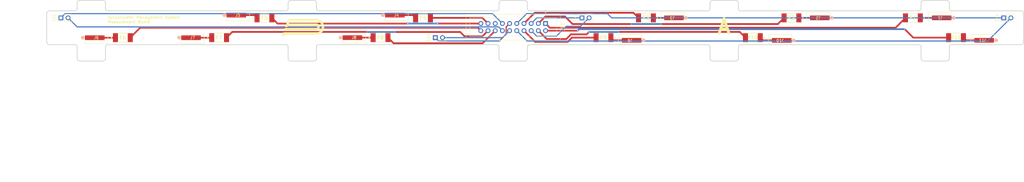
<source format=kicad_pcb>
(kicad_pcb (version 20221018) (generator pcbnew)
  (title_block (title "Accumulator Management System Measurement Board") (date "2023-11-02") (rev "${REVISION}") (company "Author: Bartłomiej Dymaczewski") (comment 1 "Reviewer:"))
  (layers (0 "F.Cu" signal) (31 "B.Cu" signal) (34 "B.Paste" user) (35 "F.Paste" user) (36 "B.SilkS" user "B.Silkscreen") (37 "F.SilkS" user "F.Silkscreen") (38 "B.Mask" user) (39 "F.Mask" user) (44 "Edge.Cuts" user))
  (property "REVISION" "1.0")
  (net 0 "")
  (net 1 "/C1-")
  (net 2 "/C1+")
  (net 3 "/C2+")
  (net 4 "/C3+")
  (net 5 "/C4+")
  (net 6 "/C5+")
  (net 7 "/C6+")
  (net 8 "/C7+")
  (net 9 "/C8+")
  (net 10 "/C9+")
  (net 11 "/C10+")
  (net 12 "/TH1+")
  (net 13 "/TH1-")
  (net 14 "/TH2+")
  (net 15 "/TH2-")
  (net 16 "/TH3+")
  (net 17 "/TH3-")
  (net 18 "/TH4+")
  (net 19 "/TH4-")
  (net 21 "Net-(F1-Pad1)")
  (net 22 "Net-(F2-Pad1)")
  (net 23 "Net-(F3-Pad1)")
  (net 24 "Net-(F4-Pad1)")
  (net 25 "Net-(F5-Pad1)")
  (net 26 "Net-(F6-Pad1)")
  (net 27 "Net-(F7-Pad1)")
  (net 28 "Net-(F8-Pad1)")
  (net 29 "Net-(F9-Pad1)")
  (net 30 "Net-(F10-Pad1)")
  (net 31 "Net-(F11-Pad1)")
  (footprint "Wago_Connector:CONN_2065-100&slash_998-403_1_WAG" (layer "F.Cu") (at 376 157.9728 180)
    (fp_text reference "J11" (at 0 -0.4728 180 unlocked) (layer "F.SilkS"))
    (fp_text value "CELL_PAD")
    (pad "1" smd rect (at -0.54991 -0.4728 180) (size 6.9088 1.651) (layers "F.Cu" "F.Paste" "F.Mask") (net 31 "Net-(F11-Pad1)"))
  )
  (footprint "Connector_PinHeader_2.54mm:PinHeader_1x02_P2.54mm_Vertical" (layer "F.Cu") (at 50.5 150.5 90)
    (fp_text reference "TH2" (at 0 -2.33 90) (layer "F.SilkS"))
    (fp_text value "TT7-10KC8-3")
    (pad "1" thru_hole rect (at 0 0 90) (size 1.7 1.7) (drill 1) (layers "*.Cu" "*.Mask") (net 14 "/TH2+"))
    (pad "2" thru_hole oval (at 0 2.54 90) (size 1.7 1.7) (drill 1) (layers "*.Cu" "*.Mask") (net 15 "/TH2-"))
  )
  (footprint "Connector_PinHeader_2.54mm:PinHeader_1x02_P2.54mm_Vertical" (layer "F.Cu") (at 383.46 150.5 90)
    (fp_text reference "TH4" (at 0 -2.33 90) (layer "F.SilkS"))
    (fp_text value "TT7-10KC8-3")
    (pad "1" thru_hole rect (at 0 0 90) (size 1.7 1.7) (drill 1) (layers "*.Cu" "*.Mask") (net 18 "/TH4+"))
    (pad "2" thru_hole oval (at 0 2.54 90) (size 1.7 1.7) (drill 1) (layers "*.Cu" "*.Mask") (net 19 "/TH4-"))
  )
  (footprint "Fuse:1812L010DR" (layer "F.Cu") (at 72.385 157.5)
    (fp_text reference "F6" (at 0 0) (layer "F.SilkS") (effects (font (size 1.27 1.27) (thickness 0.254))))
    (fp_text value "1812L010DR" hide)
    (pad "1" smd rect (at -2.615 0) (size 1.78 3.15) (layers "F.Cu" "F.Paste" "F.Mask") (net 26 "Net-(F6-Pad1)"))
    (pad "2" smd rect (at 2.615 0) (size 1.78 3.15) (layers "F.Cu" "F.Paste" "F.Mask") (net 6 "/C5+"))
  )
  (footprint "Fuse:1812L010DR" (layer "F.Cu") (at 366.615 157.5 180)
    (fp_text reference "F11" (at 0 0 180) (layer "F.SilkS") (effects (font (size 1.27 1.27) (thickness 0.254))))
    (fp_text value "1812L010DR" hide)
    (pad "1" smd rect (at -2.615 0 180) (size 1.78 3.15) (layers "F.Cu" "F.Paste" "F.Mask") (net 31 "Net-(F11-Pad1)"))
    (pad "2" smd rect (at 2.615 0 180) (size 1.78 3.15) (layers "F.Cu" "F.Paste" "F.Mask") (net 11 "/C10+"))
  )
  (footprint "Wago_Connector:CONN_2065-100&slash_998-403_1_WAG" (layer "F.Cu") (at 304.5 158 180)
    (fp_text reference "J10" (at 0 -0.4728 180 unlocked) (layer "F.SilkS"))
    (fp_text value "CELL_PAD")
    (pad "1" smd rect (at -0.54991 -0.4728 180) (size 6.9088 1.651) (layers "F.Cu" "F.Paste" "F.Mask") (net 30 "Net-(F10-Pad1)"))
  )
  (footprint "Fuse:1812L010DR" (layer "F.Cu") (at 242.115 157.5 180)
    (fp_text reference "F9" (at 0 0 180) (layer "F.SilkS") (effects (font (size 1.27 1.27) (thickness 0.254))))
    (fp_text value "1812L010DR" hide)
    (pad "1" smd rect (at -2.615 0 180) (size 1.78 3.15) (layers "F.Cu" "F.Paste" "F.Mask") (net 29 "Net-(F9-Pad1)"))
    (pad "2" smd rect (at 2.615 0 180) (size 1.78 3.15) (layers "F.Cu" "F.Paste" "F.Mask") (net 9 "/C8+"))
  )
  (footprint "Wago_Connector:CONN_2065-100&slash_998-403_1_WAG" (layer "F.Cu") (at 169 150)
    (fp_text reference "J4" (at 0 -0.4728 unlocked) (layer "F.SilkS"))
    (fp_text value "CELL_PAD")
    (pad "1" smd rect (at -0.54991 -0.4728) (size 6.9088 1.651) (layers "F.Cu" "F.Paste" "F.Mask") (net 24 "Net-(F4-Pad1)"))
  )
  (footprint "Wago_Connector:CONN_2065-100&slash_998-403_1_WAG" (layer "F.Cu") (at 63 158)
    (fp_text reference "J6" (at 0 -0.4728 unlocked) (layer "F.SilkS"))
    (fp_text value "CELL_PAD")
    (pad "1" smd rect (at -0.54991 -0.4728) (size 6.9088 1.651) (layers "F.Cu" "F.Paste" "F.Mask") (net 26 "Net-(F6-Pad1)"))
  )
  (footprint "Fuse:1812L010DR" (layer "F.Cu") (at 257.115 150.5 180)
    (fp_text reference "F3" (at 0 0 180) (layer "F.SilkS") (effects (font (size 1.27 1.27) (thickness 0.254))))
    (fp_text value "1812L010DR" hide)
    (pad "1" smd rect (at -2.615 0 180) (size 1.78 3.15) (layers "F.Cu" "F.Paste" "F.Mask") (net 23 "Net-(F3-Pad1)"))
    (pad "2" smd rect (at 2.615 0 180) (size 1.78 3.15) (layers "F.Cu" "F.Paste" "F.Mask") (net 3 "/C2+"))
  )
  (footprint "Fuse:1812L010DR" (layer "F.Cu") (at 308.5 150.5 180)
    (fp_text reference "F2" (at 0 0 180) (layer "F.SilkS") (effects (font (size 1.27 1.27) (thickness 0.254))))
    (fp_text value "1812L010DR" hide)
    (pad "1" smd rect (at -2.615 0 180) (size 1.78 3.15) (layers "F.Cu" "F.Paste" "F.Mask") (net 22 "Net-(F2-Pad1)"))
    (pad "2" smd rect (at 2.615 0 180) (size 1.78 3.15) (layers "F.Cu" "F.Paste" "F.Mask") (net 2 "/C1+"))
  )
  (footprint "Wago_Connector:CONN_2065-100&slash_998-403_1_WAG" (layer "F.Cu") (at 113 150)
    (fp_text reference "J5" (at 0 -0.4728 unlocked) (layer "F.SilkS"))
    (fp_text value "CELL_PAD")
    (pad "1" smd rect (at -0.54991 -0.4728) (size 6.9088 1.651) (layers "F.Cu" "F.Paste" "F.Mask") (net 25 "Net-(F5-Pad1)"))
  )
  (footprint "Fuse:1812L010DR" (layer "F.Cu") (at 351.385 150.5 180)
    (fp_text reference "F1" (at 0 0 180) (layer "F.SilkS") (effects (font (size 1.27 1.27) (thickness 0.254))))
    (fp_text value "1812L010DR" hide)
    (pad "1" smd rect (at -2.615 0 180) (size 1.78 3.15) (layers "F.Cu" "F.Paste" "F.Mask") (net 21 "Net-(F1-Pad1)"))
    (pad "2" smd rect (at 2.615 0 180) (size 1.78 3.15) (layers "F.Cu" "F.Paste" "F.Mask") (net 1 "/C1-"))
  )
  (footprint "Wago_Connector:CONN_2065-100&slash_998-403_1_WAG" (layer "F.Cu") (at 361 150.0272 180)
    (fp_text reference "J1" (at 0 -0.4728 180 unlocked) (layer "F.SilkS"))
    (fp_text value "CELL_PAD")
    (pad "1" smd rect (at -0.54991 -0.4728 180) (size 6.9088 1.651) (layers "F.Cu" "F.Paste" "F.Mask") (net 21 "Net-(F1-Pad1)"))
  )
  (footprint "Fuse:1812L010DR" (layer "F.Cu") (at 163.385 157.5)
    (fp_text reference "F8" (at 0 0) (layer "F.SilkS") (effects (font (size 1.27 1.27) (thickness 0.254))))
    (fp_text value "1812L010DR" hide)
    (pad "1" smd rect (at -2.615 0) (size 1.78 3.15) (layers "F.Cu" "F.Paste" "F.Mask") (net 28 "Net-(F8-Pad1)"))
    (pad "2" smd rect (at 2.615 0) (size 1.78 3.15) (layers "F.Cu" "F.Paste" "F.Mask") (net 8 "/C7+"))
  )
  (footprint "Wago_Connector:CONN_2065-100&slash_998-403_1_WAG" (layer "F.Cu") (at 154 157.9728)
    (fp_text reference "J8" (at 0 -0.4728 unlocked) (layer "F.SilkS"))
    (fp_text value "CELL_PAD")
    (pad "1" smd rect (at -0.54991 -0.4728) (size 6.9088 1.651) (layers "F.Cu" "F.Paste" "F.Mask") (net 28 "Net-(F8-Pad1)"))
  )
  (footprint "Fuse:1812L010DR" (layer "F.Cu") (at 106.385 157.5)
    (fp_text reference "F7" (at 0 0) (layer "F.SilkS") (effects (font (size 1.27 1.27) (thickness 0.254))))
    (fp_text value "1812L010DR" hide)
    (pad "1" smd rect (at -2.615 0) (size 1.78 3.15) (layers "F.Cu" "F.Paste" "F.Mask") (net 27 "Net-(F7-Pad1)"))
    (pad "2" smd rect (at 2.615 0) (size 1.78 3.15) (layers "F.Cu" "F.Paste" "F.Mask") (net 7 "/C6+"))
  )
  (footprint "Symbol:putm_15mm" (layer "F.Cu") (at 136 154)
    (fp_text reference "G***" hide)
    (fp_text value "LOGO" hide)
  )
  (footprint "Wago_Connector:CONN_2065-100&slash_998-403_1_WAG" (layer "F.Cu") (at 317.95009 150.0272 180)
    (fp_text reference "J2" (at 0 -0.4728 180 unlocked) (layer "F.SilkS"))
    (fp_text value "CELL_PAD")
    (pad "1" smd rect (at -0.54991 -0.4728 180) (size 6.9088 1.651) (layers "F.Cu" "F.Paste" "F.Mask") (net 22 "Net-(F2-Pad1)"))
  )
  (footprint "Fuse:1812L010DR" (layer "F.Cu") (at 294.865 157.5 180)
    (fp_text reference "F10" (at 0 0 180) (layer "F.SilkS") (effects (font (size 1.27 1.27) (thickness 0.254))))
    (fp_text value "1812L010DR" hide)
    (pad "1" smd rect (at -2.615 0 180) (size 1.78 3.15) (layers "F.Cu" "F.Paste" "F.Mask") (net 30 "Net-(F10-Pad1)"))
    (pad "2" smd rect (at 2.615 0 180) (size 1.78 3.15) (layers "F.Cu" "F.Paste" "F.Mask") (net 10 "/C9+"))
  )
  (footprint "Fuse:1812L010DR" (layer "F.Cu") (at 178.385 150.5)
    (fp_text reference "F4" (at 0 0) (layer "F.SilkS") (effects (font (size 1.27 1.27) (thickness 0.254))))
    (fp_text value "1812L010DR" hide)
    (pad "1" smd rect (at -2.615 0) (size 1.78 3.15) (layers "F.Cu" "F.Paste" "F.Mask") (net 24 "Net-(F4-Pad1)"))
    (pad "2" smd rect (at 2.615 0) (size 1.78 3.15) (layers "F.Cu" "F.Paste" "F.Mask") (net 4 "/C3+"))
  )
  (footprint "Connector_PinHeader_2.54mm:PinHeader_1x02_P2.54mm_Vertical" (layer "F.Cu") (at 182.725 157.5 90)
    (fp_text reference "TH3" (at 0 -2.33 90) (layer "F.SilkS"))
    (fp_text value "TT7-10KC8-3")
    (pad "1" thru_hole rect (at 0 0 90) (size 1.7 1.7) (drill 1) (layers "*.Cu" "*.Mask") (net 16 "/TH3+"))
    (pad "2" thru_hole oval (at 0 2.54 90) (size 1.7 1.7) (drill 1) (layers "*.Cu" "*.Mask") (net 17 "/TH3-"))
  )
  (footprint "Connector_IDC:IDC-Header_2x10_P2.54mm_Vertical" (layer "F.Cu") (at 221.66 152.5 -90)
    (fp_text reference "J12" (at 1.27 -6.1 90) (layer "F.SilkS"))
    (fp_text value "Conn_02x10_Odd_Even")
    (pad "1" thru_hole roundrect (at 0 0 270) (size 1.7 1.7) (drill 1) (layers "*.Cu" "*.Mask") (roundrect_rratio 0.147059) (net 1 "/C1-"))
    (pad "2" thru_hole circle (at 2.54 0 270) (size 1.7 1.7) (drill 1) (layers "*.Cu" "*.Mask") (net 11 "/C10+"))
    (pad "3" thru_hole circle (at 0 2.54 270) (size 1.7 1.7) (drill 1) (layers "*.Cu" "*.Mask") (net 2 "/C1+"))
    (pad "4" thru_hole circle (at 2.54 2.54 270) (size 1.7 1.7) (drill 1) (layers "*.Cu" "*.Mask") (net 10 "/C9+"))
    (pad "5" thru_hole circle (at 0 5.08 270) (size 1.7 1.7) (drill 1) (layers "*.Cu" "*.Mask") (net 12 "/TH1+"))
    (pad "6" thru_hole circle (at 2.54 5.08 270) (size 1.7 1.7) (drill 1) (layers "*.Cu" "*.Mask") (net 13 "/TH1-"))
    (pad "7" thru_hole circle (at 0 7.62 270) (size 1.7 1.7) (drill 1) (layers "*.Cu" "*.Mask") (net 3 "/C2+"))
    (pad "8" thru_hole circle (at 2.54 7.62 270) (size 1.7 1.7) (drill 1) (layers "*.Cu" "*.Mask") (net 9 "/C8+"))
    (pad "9" thru_hole circle (at 0 10.16 270) (size 1.7 1.7) (drill 1) (layers "*.Cu" "*.Mask") (net 18 "/TH4+"))
    (pad "10" thru_hole circle (at 2.54 10.16 270) (size 1.7 1.7) (drill 1) (layers "*.Cu" "*.Mask") (net 19 "/TH4-"))
    (pad "11" thru_hole circle (at 0 12.7 270) (size 1.7 1.7) (drill 1) (layers "*.Cu" "*.Mask") (net 16 "/TH3+"))
    (pad "12" thru_hole circle (at 2.54 12.7 270) (size 1.7 1.7) (drill 1) (layers "*.Cu" "*.Mask") (net 17 "/TH3-"))
    (pad "13" thru_hole circle (at 0 15.24 270) (size 1.7 1.7) (drill 1) (layers "*.Cu" "*.Mask") (net 14 "/TH2+"))
    (pad "14" thru_hole circle (at 2.54 15.24 270) (size 1.7 1.7) (drill 1) (layers "*.Cu" "*.Mask") (net 15 "/TH2-"))
    (pad "15" thru_hole circle (at 0 17.78 270) (size 1.7 1.7) (drill 1) (layers "*.Cu" "*.Mask"))
    (pad "16" thru_hole circle (at 2.54 17.78 270) (size 1.7 1.7) (drill 1) (layers "*.Cu" "*.Mask") (net 8 "/C7+"))
    (pad "17" thru_hole circle (at 0 20.32 270) (size 1.7 1.7) (drill 1) (layers "*.Cu" "*.Mask") (net 4 "/C3+"))
    (pad "18" thru_hole circle (at 2.54 20.32 270) (size 1.7 1.7) (drill 1) (layers "*.Cu" "*.Mask") (net 7 "/C6+"))
    (pad "19" thru_hole circle (at 0 22.86 270) (size 1.7 1.7) (drill 1) (layers "*.Cu" "*.Mask") (net 5 "/C4+"))
    (pad "20" thru_hole circle (at 2.54 22.86 270) (size 1.7 1.7) (drill 1) (layers "*.Cu" "*.Mask") (net 6 "/C5+"))
  )
  (footprint "Wago_Connector:CONN_2065-100&slash_998-403_1_WAG" (layer "F.Cu") (at 97 158)
    (fp_text reference "J7" (at 0 -0.4728 unlocked) (layer "F.SilkS"))
    (fp_text value "CELL_PAD")
    (pad "1" smd rect (at -0.54991 -0.4728) (size 6.9088 1.651) (layers "F.Cu" "F.Paste" "F.Mask") (net 27 "Net-(F7-Pad1)"))
  )
  (footprint "Connector_PinHeader_2.54mm:PinHeader_1x02_P2.54mm_Vertical" (layer "F.Cu") (at 234.5 150.5 90)
    (fp_text reference "TH1" (at 0 -2.33 90) (layer "F.SilkS"))
    (fp_text value "TT7-10KC8-3")
    (pad "1" thru_hole rect (at 0 0 90) (size 1.7 1.7) (drill 1) (layers "*.Cu" "*.Mask") (net 12 "/TH1+"))
    (pad "2" thru_hole oval (at 0 2.54 90) (size 1.7 1.7) (drill 1) (layers "*.Cu" "*.Mask") (net 13 "/TH1-"))
  )
  (footprint "Wago_Connector:CONN_2065-100&slash_998-403_1_WAG" (layer "F.Cu") (at 266.45009 150.0272 180)
    (fp_text reference "J3" (at 0 -0.4728 180 unlocked) (layer "F.SilkS"))
    (fp_text value "CELL_PAD")
    (pad "1" smd rect (at -0.54991 -0.4728 180) (size 6.9088 1.651) (layers "F.Cu" "F.Paste" "F.Mask") (net 23 "Net-(F3-Pad1)"))
  )
  (footprint "Fuse:1812L010DR" (layer "F.Cu") (at 122.385 150.5)
    (fp_text reference "F5" (at 0 0) (layer "F.SilkS") (effects (font (size 1.27 1.27) (thickness 0.254))))
    (fp_text value "1812L010DR" hide)
    (pad "1" smd rect (at -2.615 0) (size 1.78 3.15) (layers "F.Cu" "F.Paste" "F.Mask") (net 25 "Net-(F5-Pad1)"))
    (pad "2" smd rect (at 2.615 0) (size 1.78 3.15) (layers "F.Cu" "F.Paste" "F.Mask") (net 5 "/C4+"))
  )
  (footprint "Wago_Connector:CONN_2065-100&slash_998-403_1_WAG" (layer "F.Cu") (at 251.5 157.9728 180)
    (fp_text reference "J9" (at 0 -0.4728 180 unlocked) (layer "F.SilkS"))
    (fp_text value "CELL_PAD")
    (pad "1" smd rect (at -0.54991 -0.4728 180) (size 6.9088 1.651) (layers "F.Cu" "F.Paste" "F.Mask") (net 29 "Net-(F9-Pad1)"))
  )
  (gr_arc (start 365 148) (mid 364.46967 147.78033) (end 364.25 147.25) (stroke (width 0.25)) (layer "Edge.Cuts"))
  (gr_arc (start 66.25 160.75) (mid 66.46967 160.21967) (end 67 160) (stroke (width 0.25)) (layer "Edge.Cuts"))
  (gr_arc (start 130.75 147.25) (mid 130.53033 147.78033) (end 130 148) (stroke (width 0.25)) (layer "Edge.Cuts"))
  (gr_line (start 55.5 148) (end 46.5 148) (stroke (width 0.25)) (layer "Edge.Cuts"))
  (gr_arc (start 280.75 165.8) (mid 280.042893 165.507107) (end 279.75 164.8) (stroke (width 0.25)) (layer "Edge.Cuts"))
  (gr_line (start 289.75 147.25) (end 289.75 145.3) (stroke (width 0.25)) (layer "Edge.Cuts"))
  (gr_arc (start 66.25 164.8) (mid 65.957107 165.507107) (end 65.25 165.8) (stroke (width 0.25)) (layer "Edge.Cuts"))
  (gr_line (start 204.5 148) (end 141.5 148) (stroke (width 0.25)) (layer "Edge.Cuts"))
  (gr_line (start 215.25 164.8) (end 215.25 160.75) (stroke (width 0.25)) (layer "Edge.Cuts"))
  (gr_arc (start 141.5 148) (mid 140.96967 147.78033) (end 140.75 147.25) (stroke (width 0.25)) (layer "Edge.Cuts"))
  (gr_arc (start 131.75 165.8) (mid 131.042893 165.507107) (end 130.75 164.8) (stroke (width 0.25)) (layer "Edge.Cuts"))
  (gr_line (start 56.25 145.3) (end 56.25 147.25) (stroke (width 0.25)) (layer "Edge.Cuts"))
  (gr_line (start 363.25 144.3) (end 355.25 144.3) (stroke (width 0.25)) (layer "Edge.Cuts"))
  (gr_arc (start 288.75 144.3) (mid 289.457107 144.592893) (end 289.75 145.3) (stroke (width 0.25)) (layer "Edge.Cuts"))
  (gr_arc (start 65.25 144.3) (mid 65.957107 144.592893) (end 66.25 145.3) (stroke (width 0.25)) (layer "Edge.Cuts"))
  (gr_arc (start 140.75 160.75) (mid 140.96967 160.21967) (end 141.5 160) (stroke (width 0.25)) (layer "Edge.Cuts"))
  (gr_line (start 46.5 160) (end 55.5 160) (stroke (width 0.25)) (layer "Edge.Cuts"))
  (gr_arc (start 130.75 145.3) (mid 131.042893 144.592893) (end 131.75 144.3) (stroke (width 0.25)) (layer "Edge.Cuts"))
  (gr_arc (start 57.25 165.8) (mid 56.542893 165.507107) (end 56.25 164.8) (stroke (width 0.25)) (layer "Edge.Cuts"))
  (gr_arc (start 289.75 160.75) (mid 289.96967 160.21967) (end 290.5 160) (stroke (width 0.25)) (layer "Edge.Cuts"))
  (gr_line (start 364.25 164.8) (end 364.25 160.75) (stroke (width 0.25)) (layer "Edge.Cuts"))
  (gr_line (start 288.75 144.3) (end 280.75 144.3) (stroke (width 0.25)) (layer "Edge.Cuts"))
  (gr_arc (start 289.75 164.8) (mid 289.457107 165.507107) (end 288.75 165.8) (stroke (width 0.25)) (layer "Edge.Cuts"))
  (gr_line (start 364.25 147.25) (end 364.25 145.3) (stroke (width 0.25)) (layer "Edge.Cuts"))
  (gr_arc (start 216 148) (mid 215.46967 147.78033) (end 215.25 147.25) (stroke (width 0.25)) (layer "Edge.Cuts"))
  (gr_line (start 131.75 165.8) (end 139.75 165.8) (stroke (width 0.25)) (layer "Edge.Cuts"))
  (gr_arc (start 55.5 160) (mid 56.03033 160.21967) (end 56.25 160.75) (stroke (width 0.25)) (layer "Edge.Cuts"))
  (gr_line (start 290.5 160) (end 353.5 160) (stroke (width 0.25)) (layer "Edge.Cuts"))
  (gr_arc (start 354.25 147.25) (mid 354.03033 147.78033) (end 353.5 148) (stroke (width 0.25)) (layer "Edge.Cuts"))
  (gr_arc (start 215.25 164.8) (mid 214.957107 165.507107) (end 214.25 165.8) (stroke (width 0.25)) (layer "Edge.Cuts"))
  (gr_arc (start 389.5 148) (mid 390.207107 148.292893) (end 390.5 149) (stroke (width 0.25)) (layer "Edge.Cuts"))
  (gr_arc (start 364.25 164.8) (mid 363.957107 165.507107) (end 363.25 165.8) (stroke (width 0.25)) (layer "Edge.Cuts"))
  (gr_line (start 45.5 149) (end 45.5 159) (stroke (width 0.25)) (layer "Edge.Cuts"))
  (gr_arc (start 204.5 160) (mid 205.03033 160.21967) (end 205.25 160.75) (stroke (width 0.25)) (layer "Edge.Cuts"))
  (gr_arc (start 45.5 149) (mid 45.792893 148.292893) (end 46.5 148) (stroke (width 0.25)) (layer "Edge.Cuts"))
  (gr_arc (start 279.75 147.25) (mid 279.53033 147.78033) (end 279 148) (stroke (width 0.25)) (layer "Edge.Cuts"))
  (gr_arc (start 290.5 148) (mid 289.96967 147.78033) (end 289.75 147.25) (stroke (width 0.25)) (layer "Edge.Cuts"))
  (gr_arc (start 56.25 147.25) (mid 56.03033 147.78033) (end 55.5 148) (stroke (width 0.25)) (layer "Edge.Cuts"))
  (gr_line (start 56.25 160.75) (end 56.25 164.8) (stroke (width 0.25)) (layer "Edge.Cuts"))
  (gr_arc (start 205.25 147.25) (mid 205.03033 147.78033) (end 204.5 148) (stroke (width 0.25)) (layer "Edge.Cuts"))
  (gr_arc (start 363.25 144.3) (mid 363.957107 144.592893) (end 364.25 145.3) (stroke (width 0.25)) (layer "Edge.Cuts"))
  (gr_line (start 280.75 165.8) (end 288.75 165.8) (stroke (width 0.25)) (layer "Edge.Cuts"))
  (gr_line (start 353.5 148) (end 290.5 148) (stroke (width 0.25)) (layer "Edge.Cuts"))
  (gr_line (start 140.75 147.25) (end 140.75 145.3) (stroke (width 0.25)) (layer "Edge.Cuts"))
  (gr_arc (start 206.25 165.8) (mid 205.542893 165.507107) (end 205.25 164.8) (stroke (width 0.25)) (layer "Edge.Cuts"))
  (gr_line (start 205.25 145.3) (end 205.25 147.25) (stroke (width 0.25)) (layer "Edge.Cuts"))
  (gr_arc (start 56.25 145.3) (mid 56.542893 144.592893) (end 57.25 144.3) (stroke (width 0.25)) (layer "Edge.Cuts"))
  (gr_line (start 67 160) (end 130 160) (stroke (width 0.25)) (layer "Edge.Cuts"))
  (gr_arc (start 139.75 144.3) (mid 140.457107 144.592893) (end 140.75 145.3) (stroke (width 0.25)) (layer "Edge.Cuts"))
  (gr_arc (start 205.25 145.3) (mid 205.542893 144.592893) (end 206.25 144.3) (stroke (width 0.25)) (layer "Edge.Cuts"))
  (gr_arc (start 140.75 164.8) (mid 140.457107 165.507107) (end 139.75 165.8) (stroke (width 0.25)) (layer "Edge.Cuts"))
  (gr_line (start 206.25 165.8) (end 214.25 165.8) (stroke (width 0.25)) (layer "Edge.Cuts"))
  (gr_arc (start 46.5 160) (mid 45.792893 159.707107) (end 45.5 159) (stroke (width 0.25)) (layer "Edge.Cuts"))
  (gr_arc (start 355.25 165.8) (mid 354.542893 165.507107) (end 354.25 164.8) (stroke (width 0.25)) (layer "Edge.Cuts"))
  (gr_arc (start 390.5 159) (mid 390.207107 159.707107) (end 389.5 160) (stroke (width 0.25)) (layer "Edge.Cuts"))
  (gr_line (start 289.75 164.8) (end 289.75 160.75) (stroke (width 0.25)) (layer "Edge.Cuts"))
  (gr_line (start 130 148) (end 67 148) (stroke (width 0.25)) (layer "Edge.Cuts"))
  (gr_arc (start 279.75 145.3) (mid 280.042893 144.592893) (end 280.75 144.3) (stroke (width 0.25)) (layer "Edge.Cuts"))
  (gr_arc (start 215.25 160.75) (mid 215.46967 160.21967) (end 216 160) (stroke (width 0.25)) (layer "Edge.Cuts"))
  (gr_line (start 65.25 144.3) (end 57.25 144.3) (stroke (width 0.25)) (layer "Edge.Cuts"))
  (gr_line (start 66.25 147.25) (end 66.25 145.3) (stroke (width 0.25)) (layer "Edge.Cuts"))
  (gr_arc (start 279 160) (mid 279.53033 160.21967) (end 279.75 160.75) (stroke (width 0.25)) (layer "Edge.Cuts"))
  (gr_line (start 205.25 160.75) (end 205.25 164.8) (stroke (width 0.25)) (layer "Edge.Cuts"))
  (gr_line (start 57.25 165.8) (end 65.25 165.8) (stroke (width 0.25)) (layer "Edge.Cuts"))
  (gr_line (start 390.5 159) (end 390.5 149) (stroke (width 0.25)) (layer "Edge.Cuts"))
  (gr_arc (start 354.25 145.3) (mid 354.542893 144.592893) (end 355.25 144.3) (stroke (width 0.25)) (layer "Edge.Cuts"))
  (gr_line (start 141.5 160) (end 204.5 160) (stroke (width 0.25)) (layer "Edge.Cuts"))
  (gr_line (start 140.75 164.8) (end 140.75 160.75) (stroke (width 0.25)) (layer "Edge.Cuts"))
  (gr_arc (start 214.25 144.3) (mid 214.957107 144.592893) (end 215.25 145.3) (stroke (width 0.25)) (layer "Edge.Cuts"))
  (gr_line (start 216 160) (end 279 160) (stroke (width 0.25)) (layer "Edge.Cuts"))
  (gr_line (start 215.25 147.25) (end 215.25 145.3) (stroke (width 0.25)) (layer "Edge.Cuts"))
  (gr_line (start 66.25 164.8) (end 66.25 160.75) (stroke (width 0.25)) (layer "Edge.Cuts"))
  (gr_arc (start 364.25 160.75) (mid 364.46967 160.21967) (end 365 160) (stroke (width 0.25)) (layer "Edge.Cuts"))
  (gr_line (start 130.75 145.3) (end 130.75 147.25) (stroke (width 0.25)) (layer "Edge.Cuts"))
  (gr_line (start 355.25 165.8) (end 363.25 165.8) (stroke (width 0.25)) (layer "Edge.Cuts"))
  (gr_line (start 365 160) (end 389.5 160) (stroke (width 0.25)) (layer "Edge.Cuts"))
  (gr_line (start 354.25 160.75) (end 354.25 164.8) (stroke (width 0.25)) (layer "Edge.Cuts"))
  (gr_line (start 214.25 144.3) (end 206.25 144.3) (stroke (width 0.25)) (layer "Edge.Cuts"))
  (gr_line (start 354.25 145.3) (end 354.25 147.25) (stroke (width 0.25)) (layer "Edge.Cuts"))
  (gr_arc (start 67 148) (mid 66.46967 147.78033) (end 66.25 147.25) (stroke (width 0.25)) (layer "Edge.Cuts"))
  (gr_arc (start 353.5 160) (mid 354.03033 160.21967) (end 354.25 160.75) (stroke (width 0.25)) (layer "Edge.Cuts"))
  (gr_line (start 130.75 160.75) (end 130.75 164.8) (stroke (width 0.25)) (layer "Edge.Cuts"))
  (gr_line (start 279.75 160.75) (end 279.75 164.8) (stroke (width 0.25)) (layer "Edge.Cuts"))
  (gr_line (start 389.5 148) (end 365 148) (stroke (width 0.25)) (layer "Edge.Cuts"))
  (gr_arc (start 130 160) (mid 130.53033 160.21967) (end 130.75 160.75) (stroke (width 0.25)) (layer "Edge.Cuts"))
  (gr_line (start 139.75 144.3) (end 131.75 144.3) (stroke (width 0.25)) (layer "Edge.Cuts"))
  (gr_line (start 279 148) (end 216 148) (stroke (width 0.25)) (layer "Edge.Cuts"))
  (gr_line (start 279.75 145.3) (end 279.75 147.25) (stroke (width 0.25)) (layer "Edge.Cuts"))
  (gr_text "A" (at 287.5 156.5) (layer "F.SilkS") (effects (font (size 5 5) (thickness 1) bold) (justify left bottom mirror)))
  (gr_text "Accumulator Management System\nMeasurement Board" (at 67 152.5) (layer "F.SilkS") (effects (font (size 1 1) (thickness 0.2) bold) (justify left bottom)))
  (gr_text " " (at 29 194.719566) (layer "Edge.Cuts") (effects (font (size 4.83362 3.04518) (thickness 0.604202)) (justify left top)))
  (gr_text " " (at 29 201.969996) (layer "Edge.Cuts") (effects (font (size 4.83362 3.04518) (thickness 0.604202)) (justify left top)))
  (segment (start 348.77 150.5) (end 345.27 154) (width 0.6) (layer "F.Cu") (net 1))
  (segment (start 223.16 154) (end 221.66 152.5) (width 0.6) (layer "F.Cu") (net 1))
  (segment (start 345.27 154) (end 223.16 154) (width 0.6) (layer "F.Cu") (net 1))
  (segment (start 252 152.675) (end 231.175 152.675) (width 0.6) (layer "F.Cu") (net 2))
  (segment (start 305.885 150.5) (end 303.71 152.675) (width 0.6) (layer "F.Cu") (net 2))
  (segment (start 219.12 152.5) (end 221.62 150) (width 0.6) (layer "F.Cu") (net 2))
  (segment (start 228.5 150) (end 231.175 152.675) (width 0.6) (layer "F.Cu") (net 2))
  (segment (start 303.71 152.675) (end 262.5 152.675) (width 0.6) (layer "F.Cu") (net 2))
  (segment (start 221.62 150) (end 228.5 150) (width 0.6) (layer "F.Cu") (net 2))
  (via (at 262.5 152.675) (size 0.56) (drill 0.3) (layers "F.Cu" "B.Cu") (net 2))
  (via (at 252 152.675) (size 0.56) (drill 0.3) (layers "F.Cu" "B.Cu") (net 2))
  (segment (start 252 152.675) (end 262.5 152.675) (width 0.6) (layer "B.Cu") (net 2))
  (segment (start 254.5 150.5) (end 252.7 148.7) (width 0.6) (layer "F.Cu") (net 3))
  (segment (start 217.84 148.7) (end 214.04 152.5) (width 0.6) (layer "F.Cu") (net 3))
  (segment (start 252.7 148.7) (end 217.84 148.7) (width 0.6) (layer "F.Cu") (net 3))
  (segment (start 181 150.5) (end 199.34 150.5) (width 0.6) (layer "F.Cu") (net 4))
  (segment (start 199.34 150.5) (end 201.34 152.5) (width 0.6) (layer "F.Cu") (net 4))
  (segment (start 173 152.5) (end 172.975 152.525) (width 0.6) (layer "F.Cu") (net 5))
  (segment (start 198.8 152.5) (end 183.5 152.5) (width 0.6) (layer "F.Cu") (net 5))
  (segment (start 127.025 152.525) (end 172.975 152.525) (width 0.6) (layer "F.Cu") (net 5))
  (segment (start 125 150.5) (end 127.025 152.525) (width 0.6) (layer "F.Cu") (net 5))
  (via (at 183.5 152.5) (size 0.56) (drill 0.3) (layers "F.Cu" "B.Cu") (net 5))
  (via (at 172.975 152.525) (size 0.56) (drill 0.3) (layers "F.Cu" "B.Cu") (net 5))
  (segment (start 173 152.5) (end 172.975 152.525) (width 0.6) (layer "B.Cu") (net 5))
  (segment (start 183.5 152.5) (end 173 152.5) (width 0.6) (layer "B.Cu") (net 5))
  (segment (start 75 157.5) (end 78.5 154) (width 0.6) (layer "F.Cu") (net 6))
  (segment (start 197.76 154) (end 198.8 155.04) (width 0.6) (layer "F.Cu") (net 6))
  (segment (start 78.5 154) (end 197.76 154) (width 0.6) (layer "F.Cu") (net 6))
  (segment (start 168.5 155.5) (end 191.5 155.5) (width 0.6) (layer "F.Cu") (net 7))
  (segment (start 158.475 155.475) (end 158.5 155.5) (width 0.6) (layer "F.Cu") (net 7))
  (segment (start 111.025 155.475) (end 158.475 155.475) (width 0.6) (layer "F.Cu") (net 7))
  (segment (start 109 157.5) (end 111.025 155.475) (width 0.6) (layer "F.Cu") (net 7))
  (segment (start 193 157) (end 199.38 157) (width 0.6) (layer "F.Cu") (net 7))
  (segment (start 199.38 157) (end 201.34 155.04) (width 0.6) (layer "F.Cu") (net 7))
  (segment (start 191.5 155.5) (end 193 157) (width 0.6) (layer "F.Cu") (net 7))
  (via (at 168.5 155.5) (size 0.56) (drill 0.3) (layers "F.Cu" "B.Cu") (net 7))
  (via (at 158.5 155.5) (size 0.56) (drill 0.3) (layers "F.Cu" "B.Cu") (net 7))
  (segment (start 158.5 155.5) (end 168.5 155.5) (width 0.6) (layer "B.Cu") (net 7))
  (segment (start 166 157.5) (end 168 159.5) (width 0.6) (layer "F.Cu") (net 8))
  (segment (start 168 159.5) (end 199.42 159.5) (width 0.6) (layer "F.Cu") (net 8))
  (segment (start 199.42 159.5) (end 203.88 155.04) (width 0.6) (layer "F.Cu") (net 8))
  (segment (start 231 157.5) (end 229.5 159) (width 0.6) (layer "F.Cu") (net 9))
  (segment (start 229.5 159) (end 218 159) (width 0.6) (layer "F.Cu") (net 9))
  (segment (start 239.5 157.5) (end 231 157.5) (width 0.6) (layer "F.Cu") (net 9))
  (segment (start 218 159) (end 214.04 155.04) (width 0.6) (layer "F.Cu") (net 9))
  (segment (start 292.25 157.5) (end 290.225 155.475) (width 0.6) (layer "F.Cu") (net 10))
  (segment (start 229 158) (end 222.08 158) (width 0.6) (layer "F.Cu") (net 10))
  (segment (start 236.16 156.34) (end 230.66 156.34) (width 0.6) (layer "F.Cu") (net 10))
  (segment (start 247.525 155.475) (end 247.5 155.5) (width 0.6) (layer "F.Cu") (net 10))
  (segment (start 222.08 158) (end 219.12 155.04) (width 0.6) (layer "F.Cu") (net 10))
  (segment (start 290.225 155.475) (end 247.525 155.475) (width 0.6) (layer "F.Cu") (net 10))
  (segment (start 230.66 156.34) (end 229 158) (width 0.6) (layer "F.Cu") (net 10))
  (segment (start 237 155.5) (end 236.16 156.34) (width 0.6) (layer "F.Cu") (net 10))
  (via (at 247.5 155.5) (size 0.56) (drill 0.3) (layers "F.Cu" "B.Cu") (net 10))
  (via (at 237 155.5) (size 0.56) (drill 0.3) (layers "F.Cu" "B.Cu") (net 10))
  (segment (start 247.5 155.5) (end 237 155.5) (width 0.6) (layer "B.Cu") (net 10))
  (segment (start 232.96 155.04) (end 221.66 155.04) (width 0.6) (layer "F.Cu") (net 11))
  (segment (start 233 155) (end 232.96 155.04) (width 0.6) (layer "F.Cu") (net 11))
  (segment (start 364 157.5) (end 351.5 157.5) (width 0.6) (layer "F.Cu") (net 11))
  (segment (start 351.5 157.5) (end 348.5 154.5) (width 0.6) (layer "F.Cu") (net 11))
  (via (at 233 155) (size 0.56) (drill 0.3) (layers "F.Cu" "B.Cu") (net 11))
  (via (at 348.5 154.5) (size 0.56) (drill 0.3) (layers "F.Cu" "B.Cu") (net 11))
  (segment (start 348.5 154.5) (end 233.5 154.5) (width 0.6) (layer "B.Cu") (net 11))
  (segment (start 233.5 154.5) (end 233 155) (width 0.6) (layer "B.Cu") (net 11))
  (segment (start 218.58 150.5) (end 216.58 152.5) (width 0.4) (layer "B.Cu") (net 12))
  (segment (start 234.5 150.5) (end 218.58 150.5) (width 0.4) (layer "B.Cu") (net 12))
  (segment (start 218.52 156.98) (end 216.58 155.04) (width 0.4) (layer "B.Cu") (net 13))
  (segment (start 225.48 156.98) (end 228.96 153.5) (width 0.4) (layer "B.Cu") (net 13))
  (segment (start 235.84 151.7) (end 237.04 150.5) (width 0.4) (layer "B.Cu") (net 13))
  (segment (start 234 153.5) (end 235.8 151.7) (width 0.4) (layer "B.Cu") (net 13))
  (segment (start 235.8 151.7) (end 235.84 151.7) (width 0.4) (layer "B.Cu") (net 13))
  (segment (start 218.52 156.98) (end 225.48 156.98) (width 0.4) (layer "B.Cu") (net 13))
  (segment (start 228.96 153.5) (end 234 153.5) (width 0.4) (layer "B.Cu") (net 13))
  (segment (start 50.5 150.5) (end 52 149) (width 0.4) (layer "B.Cu") (net 14))
  (segment (start 202.92 149) (end 206.42 152.5) (width 0.4) (layer "B.Cu") (net 14))
  (segment (start 52 149) (end 202.92 149) (width 0.4) (layer "B.Cu") (net 14))
  (segment (start 53.04 150.5) (end 56.24 153.7) (width 0.4) (layer "B.Cu") (net 15))
  (segment (start 56.24 153.7) (end 205.08 153.7) (width 0.4) (layer "B.Cu") (net 15))
  (segment (start 205.08 153.7) (end 206.42 155.04) (width 0.4) (layer "B.Cu") (net 15))
  (segment (start 205.5 158.5) (end 207.76 156.24) (width 0.4) (layer "F.Cu") (net 16))
  (segment (start 207.76 153.7) (end 208.96 152.5) (width 0.4) (layer "F.Cu") (net 16))
  (segment (start 207.76 156.24) (end 207.76 153.7) (width 0.4) (layer "F.Cu") (net 16))
  (via (at 205.5 158.5) (size 0.56) (drill 0.3) (layers "F.Cu" "B.Cu") (net 16))
  (segment (start 182.725 157.5) (end 183.925 158.7) (width 0.4) (layer "B.Cu") (net 16))
  (segment (start 183.925 158.7) (end 205.3 158.7) (width 0.4) (layer "B.Cu") (net 16))
  (segment (start 205.3 158.7) (end 205.5 158.5) (width 0.4) (layer "B.Cu") (net 16))
  (segment (start 206.5 157.5) (end 208.96 155.04) (width 0.4) (layer "B.Cu") (net 17))
  (segment (start 185.265 157.5) (end 206.5 157.5) (width 0.4) (layer "B.Cu") (net 17))
  (segment (start 245 150.5) (end 243.5 149) (width 0.4) (layer "B.Cu") (net 18))
  (segment (start 243.5 149) (end 215 149) (width 0.4) (layer "B.Cu") (net 18))
  (segment (start 215 149) (end 211.5 152.5) (width 0.4) (layer "B.Cu") (net 18))
  (segment (start 383.46 150.5) (end 245 150.5) (width 0.4) (layer "B.Cu") (net 18))
  (segment (start 383.46 150.5) (end 383.46 150.54) (width 0.4) (layer "B.Cu") (net 18))
  (segment (start 377.8 158.7) (end 215.16 158.7) (width 0.4) (layer "B.Cu") (net 19))
  (segment (start 215.16 158.7) (end 211.5 155.04) (width 0.4) (layer "B.Cu") (net 19))
  (segment (start 386 150.5) (end 377.8 158.7) (width 0.4) (layer "B.Cu") (net 19))
  (segment (start 361.54991 150.5) (end 354 150.5) (width 0.6) (layer "F.Cu") (net 21))
  (segment (start 318.5 150.5) (end 311.115 150.5) (width 0.6) (layer "F.Cu") (net 22))
  (segment (start 267 150.5) (end 259.73 150.5) (width 0.6) (layer "F.Cu") (net 23))
  (segment (start 168.45009 149.5272) (end 174.7972 149.5272) (width 0.6) (layer "F.Cu") (net 24))
  (segment (start 174.7972 149.5272) (end 175.77 150.5) (width 0.6) (layer "F.Cu") (net 24))
  (segment (start 118.7972 149.5272) (end 119.77 150.5) (width 0.6) (layer "F.Cu") (net 25))
  (segment (start 112.45009 149.5272) (end 118.7972 149.5272) (width 0.6) (layer "F.Cu") (net 25))
  (segment (start 69.7428 157.5272) (end 69.77 157.5) (width 0.6) (layer "F.Cu") (net 26))
  (segment (start 62.45009 157.5272) (end 69.7428 157.5272) (width 0.6) (layer "F.Cu") (net 26))
  (segment (start 103.7428 157.5272) (end 103.77 157.5) (width 0.6) (layer "F.Cu") (net 27))
  (segment (start 96.45009 157.5272) (end 103.7428 157.5272) (width 0.6) (layer "F.Cu") (net 27))
  (segment (start 153.45009 157.5) (end 160.77 157.5) (width 0.6) (layer "F.Cu") (net 28))
  (segment (start 245.6756 158.4456) (end 244.73 157.5) (width 0.6) (layer "F.Cu") (net 29))
  (segment (start 252.04991 158.4456) (end 245.6756 158.4456) (width 0.6) (layer "F.Cu") (net 29))
  (segment (start 298.4528 158.4728) (end 297.48 157.5) (width 0.6) (layer "F.Cu") (net 30))
  (segment (start 305.04991 158.4728) (end 298.4528 158.4728) (width 0.6) (layer "F.Cu") (net 30))
  (segment (start 370.1756 158.4456) (end 369.23 157.5) (width 0.6) (layer "F.Cu") (net 31))
  (segment (start 376.54991 158.4456) (end 370.1756 158.4456) (width 0.6) (layer "F.Cu") (net 31))
)
</source>
